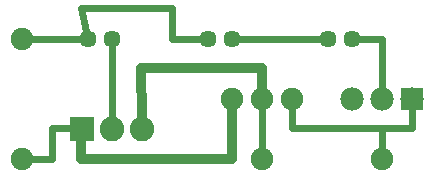
<source format=gbl>
G04 MADE WITH FRITZING*
G04 WWW.FRITZING.ORG*
G04 DOUBLE SIDED*
G04 HOLES PLATED*
G04 CONTOUR ON CENTER OF CONTOUR VECTOR*
%ASAXBY*%
%FSLAX23Y23*%
%MOIN*%
%OFA0B0*%
%SFA1.0B1.0*%
%ADD10C,0.078000*%
%ADD11C,0.075000*%
%ADD12C,0.082000*%
%ADD13C,0.057000*%
%ADD14R,0.078000X0.078000*%
%ADD15R,0.082000X0.082000*%
%ADD16C,0.032000*%
%ADD17C,0.024000*%
%LNCOPPER0*%
G90*
G70*
G54D10*
X1440Y317D03*
X1340Y317D03*
X1240Y317D03*
G54D11*
X140Y517D03*
X140Y117D03*
X840Y317D03*
X940Y317D03*
X1040Y317D03*
X940Y117D03*
X1340Y117D03*
G54D12*
X340Y217D03*
X440Y217D03*
X540Y217D03*
G54D13*
X1161Y517D03*
X1240Y517D03*
X361Y517D03*
X440Y517D03*
X761Y517D03*
X840Y517D03*
G54D14*
X1440Y317D03*
G54D15*
X340Y217D03*
G54D16*
X338Y117D02*
X339Y179D01*
D02*
X840Y117D02*
X338Y117D01*
D02*
X942Y419D02*
X941Y351D01*
D02*
X540Y255D02*
X538Y419D01*
D02*
X538Y419D02*
X942Y419D01*
D02*
X840Y283D02*
X840Y117D01*
G54D17*
D02*
X1342Y219D02*
X1040Y219D01*
D02*
X1040Y219D02*
X1040Y288D01*
D02*
X1341Y146D02*
X1342Y219D01*
D02*
X1342Y219D02*
X1440Y219D01*
D02*
X1440Y219D02*
X1440Y287D01*
D02*
X169Y517D02*
X336Y517D01*
D02*
X640Y619D02*
X338Y619D01*
D02*
X338Y619D02*
X356Y541D01*
D02*
X640Y517D02*
X640Y619D01*
D02*
X736Y517D02*
X640Y517D01*
D02*
X940Y288D02*
X940Y146D01*
D02*
X308Y218D02*
X241Y219D01*
D02*
X241Y219D02*
X241Y117D01*
D02*
X241Y117D02*
X169Y117D01*
D02*
X1136Y517D02*
X865Y517D01*
D02*
X440Y249D02*
X440Y492D01*
D02*
X1340Y347D02*
X1342Y517D01*
D02*
X1342Y517D02*
X1265Y517D01*
G04 End of Copper0*
M02*
</source>
